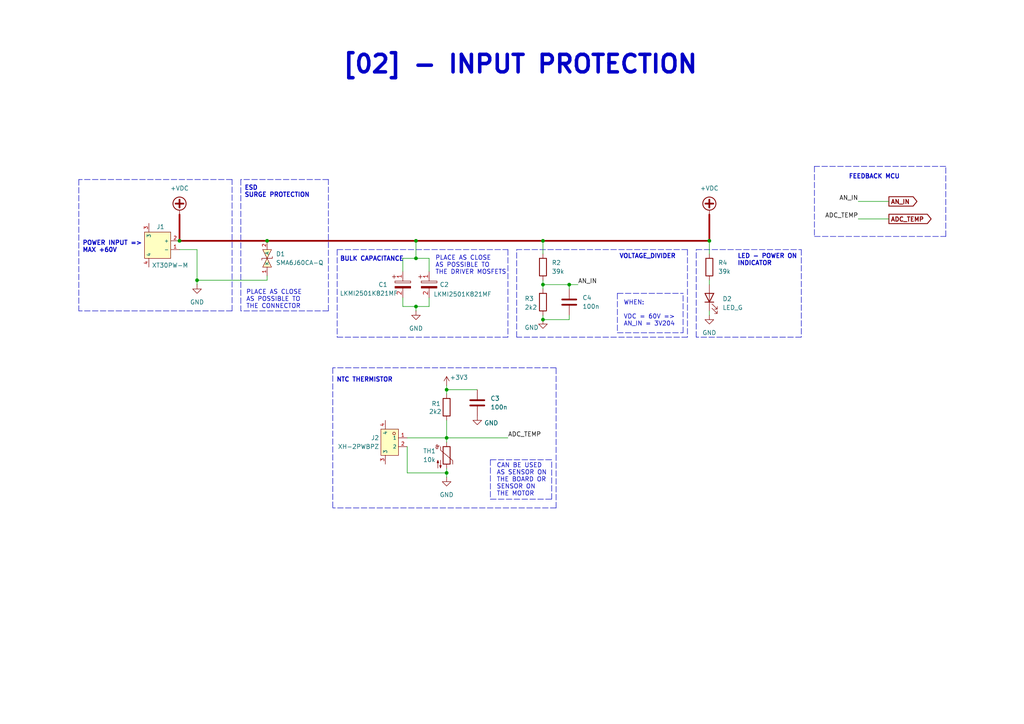
<source format=kicad_sch>
(kicad_sch (version 20250114) (generator "eeschema") (generator_version "9.0")
  (paper "A4")
  (lib_symbols
    (symbol "DF_ESC_rev01_1:XT30PW-M"
      (property "Reference" "J" (at 0 1.27 0))
      (property "Value" "XT30PW-M" (at 0 -1.524 0))
      (symbol "XT30PW-M_0_1"
        (rectangle (start -3.81 2.54) (end 3.81 -5.08) (fill (type background)))
        (pin unspecified line (at -6.35 -3.81 0) (length 2.54) (name "4") (number "4"))
        (pin unspecified line (at -1.27 5.08 270) (length 2.54) (name "-") (number "1"))
        (pin unspecified line (at 1.27 5.08 270) (length 2.54) (name "+") (number "2"))
        (pin unspecified line (at 6.35 -3.81 180) (length 2.54) (name "3") (number "3"))
      )
    )
    (symbol "Device:C" (pin_numbers (hide yes)) (pin_names (offset 0.254))
      (property "Reference" "C" (at 0.635 2.54 0))
      (property "Value" "C" (at 0.635 -2.54 0))
      (symbol "C_0_1"
        (polyline (pts (xy -2.032 0.762) (xy 2.032 0.762)) (stroke (width 0.508)))
        (polyline (pts (xy -2.032 -0.762) (xy 2.032 -0.762)) (stroke (width 0.508)))
      )
      (symbol "C_1_1"
        (pin passive line (at 0 3.81 270) (length 2.794) (name "~") (number "1"))
        (pin passive line (at 0 -3.81 90) (length 2.794) (name "~") (number "2"))
      )
    )
    (symbol "Device:LED" (pin_numbers (hide yes)) (pin_names (offset 1.016) (hide yes))
      (property "Reference" "D" (at 0 2.54 0))
      (property "Value" "LED" (at 0 -2.54 0))
      (symbol "LED_0_1"
        (polyline (pts (xy -3.048 -0.762) (xy -4.572 -2.286) (xy -3.81 -2.286) (xy -4.572 -2.286) (xy -4.572 -1.524)))
        (polyline (pts (xy -1.778 -0.762) (xy -3.302 -2.286) (xy -2.54 -2.286) (xy -3.302 -2.286) (xy -3.302 -1.524)))
        (polyline (pts (xy -1.27 0) (xy 1.27 0)))
        (polyline (pts (xy -1.27 -1.27) (xy -1.27 1.27)) (stroke (width 0.254)))
        (polyline (pts (xy 1.27 -1.27) (xy 1.27 1.27) (xy -1.27 0) (xy 1.27 -1.27)) (stroke (width 0.254)))
      )
      (symbol "LED_1_1"
        (pin passive line (at -3.81 0 0) (length 2.54) (name "K") (number "1"))
        (pin passive line (at 3.81 0 180) (length 2.54) (name "A") (number "2"))
      )
    )
    (symbol "Device:R" (pin_numbers (hide yes)) (pin_names (offset 0))
      (property "Reference" "R" (at 2.032 0 90))
      (property "Value" "R" (at 0 0 90))
      (symbol "R_0_1"
        (rectangle (start -1.016 -2.54) (end 1.016 2.54) (stroke (width 0.254)))
      )
      (symbol "R_1_1"
        (pin passive line (at 0 3.81 270) (length 1.27) (name "~") (number "1"))
        (pin passive line (at 0 -3.81 90) (length 1.27) (name "~") (number "2"))
      )
    )
    (symbol "Device:Thermistor_NTC" (pin_numbers (hide yes)) (pin_names (offset 0))
      (property "Reference" "TH" (at -4.445 0 90))
      (property "Value" "Thermistor_NTC" (at 3.175 0 90))
      (symbol "Thermistor_NTC_0_1"
        (arc (start -3.175 2.413) (mid -3.0506 2.3165) (end -3.048 2.159))
        (arc (start -3.048 2.794) (mid -2.9736 2.9736) (end -2.794 3.048))
        (arc (start -2.794 3.048) (mid -2.6144 2.9736) (end -2.54 2.794))
        (arc (start -2.794 2.54) (mid -2.9736 2.6144) (end -3.048 2.794))
        (arc (start -2.794 1.905) (mid -2.9736 1.9794) (end -3.048 2.159))
        (arc (start -2.54 2.159) (mid -2.6144 1.9794) (end -2.794 1.905))
        (arc (start -2.159 2.794) (mid -2.434 2.5608) (end -2.794 2.54))
        (polyline (pts (xy -2.54 2.159) (xy -2.54 2.794)))
        (polyline (pts (xy -2.54 -3.683) (xy -2.54 -1.397) (xy -2.794 -2.159) (xy -2.286 -2.159) (xy -2.54 -1.397) (xy -2.54 -1.651)) (fill (type outline)))
        (polyline (pts (xy -1.778 2.54) (xy -1.778 1.524) (xy 1.778 -1.524) (xy 1.778 -2.54)))
        (polyline (pts (xy -1.778 -1.397) (xy -1.778 -3.683) (xy -2.032 -2.921) (xy -1.524 -2.921) (xy -1.778 -3.683) (xy -1.778 -3.429)) (fill (type outline)))
        (rectangle (start -1.016 2.54) (end 1.016 -2.54) (stroke (width 0.254)))
      )
      (symbol "Thermistor_NTC_1_1"
        (pin passive line (at 0 3.81 270) (length 1.27) (name "~") (number "1"))
        (pin passive line (at 0 -3.81 90) (length 1.27) (name "~") (number "2"))
      )
    )
    (symbol "LKMI2501K821MF:LKMI2501K821MF"
      (property "Reference" "C" (at 4.318 1.016 0))
      (property "Value" "LKMI2501K821MF" (at 11.176 -0.762 0))
      (symbol "LKMI2501K821MF_0_1"
        (polyline (pts (xy -3.048 2.286) (xy -2.032 2.286)))
        (polyline (pts (xy -2.54 2.794) (xy -2.54 1.778)))
        (rectangle (start -2.286 0.508) (end 2.286 1.016))
        (rectangle (start 2.286 -0.508) (end -2.286 -1.016) (fill (type outline)))
      )
      (symbol "LKMI2501K821MF_1_1"
        (pin passive line (at 0 3.81 270) (length 2.794) (name "~") (number "1"))
        (pin passive line (at 0 -3.81 90) (length 2.794) (name "~") (number "2"))
      )
    )
    (symbol "SMA6J60CA-Q:SMA6J60CA-Q"
      (property "Reference" "D" (at 0 1.27 0))
      (property "Value" "SMA6J60CA-Q" (at 0 -2.54 0))
      (symbol "SMA6J60CA-Q_0_1"
        (polyline (pts (xy -2.54 1.27) (xy 0 0) (xy -2.54 -1.27) (xy -2.54 1.27)) (fill (type background)))
        (polyline (pts (xy -0.508 1.524) (xy -0.508 1.524) (xy 0 1.524) (xy 0 -1.524) (xy 0.508 -1.524) (xy 0.508 -1.524)))
        (polyline (pts (xy 2.54 1.27) (xy 0 0) (xy 2.54 -1.27) (xy 2.54 1.27)) (fill (type background)))
        (pin unspecified line (at -5.08 0 0) (length 2.54) (name "K") (number "1"))
        (pin unspecified line (at 5.08 0 180) (length 2.54) (name "A") (number "2"))
      )
    )
    (symbol "XH-2PWBPZ:XH-2PWBPZ"
      (property "Reference" "J" (at 0 1.27 0))
      (property "Value" "XH-2PWBPZ" (at 0 -2.54 0))
      (symbol "XH-2PWBPZ_0_1"
        (rectangle (start -1.27 3.81) (end 3.81 -3.81) (fill (type background)))
        (circle (center 0 2.54) (radius 0.381) (fill (type background)))
        (pin unspecified line (at -3.81 1.27 0) (length 2.54) (name "1") (number "1"))
        (pin unspecified line (at -3.81 -1.27 0) (length 2.54) (name "2") (number "2"))
        (pin unspecified line (at 2.54 6.35 270) (length 2.54) (name "4") (number "4"))
        (pin unspecified line (at 2.54 -6.35 90) (length 2.54) (name "3") (number "3"))
      )
    )
    (symbol "power:+3V3" (power) (pin_numbers (hide yes)) (pin_names (offset 0) (hide yes))
      (property "Value" "+3V3" (at 0 3.556 0))
      (symbol "+3V3_0_1"
        (polyline (pts (xy -0.762 1.27) (xy 0 2.54)))
        (polyline (pts (xy 0 2.54) (xy 0.762 1.27)))
        (polyline (pts (xy 0 0) (xy 0 2.54)))
      )
      (symbol "+3V3_1_1"
        (pin power_in line (at 0 0 90) (length 0) (name "~") (number "1"))
      )
    )
    (symbol "power:+VDC" (power) (pin_numbers (hide yes)) (pin_names (offset 0) (hide yes))
      (property "Value" "+VDC" (at 0 6.35 0))
      (symbol "+VDC_0_1"
        (polyline (pts (xy -1.143 3.175) (xy 1.143 3.175)) (stroke (width 0.508)))
        (circle (center 0 3.175) (radius 1.905) (stroke (width 0.254)))
        (polyline (pts (xy 0 2.032) (xy 0 4.318)) (stroke (width 0.508)))
        (polyline (pts (xy 0 0) (xy 0 1.27)))
      )
      (symbol "+VDC_1_1"
        (pin power_in line (at 0 0 90) (length 0) (name "~") (number "1"))
      )
    )
    (symbol "power:GND" (power) (pin_numbers (hide yes)) (pin_names (offset 0) (hide yes))
      (property "Value" "GND" (at 0 -3.81 0))
      (symbol "GND_0_1"
        (polyline (pts (xy 0 0) (xy 0 -1.27) (xy 1.27 -1.27) (xy 0 -2.54) (xy -1.27 -1.27) (xy 0 -1.27)))
      )
      (symbol "GND_1_1"
        (pin power_in line (at 0 0 270) (length 0) (name "~") (number "1"))
      )
    )
  )
  (text "ESD \nSURGE PROTECTION" (at 70.866 55.626 0) (effects (font (size 1.27 1.27) (thickness 0.254) (bold yes)) (justify left)))
  (text "PLACE AS CLOSE\nAS POSSIBLE TO\nTHE DRIVER MOSFETS" (at 126.238 76.962 0) (effects (font (size 1.27 1.27) (thickness 0.1588)) (justify left)))
  (text "LED - POWER ON\nINDICATOR" (at 213.868 75.438 0) (effects (font (size 1.27 1.27) (thickness 0.254) (bold yes)) (justify left)))
  (text "WHEN:\n\nVDC = 60V =>\nAN_IN = 3V204" (at 180.848 90.932 0) (effects (font (size 1.27 1.27) (thickness 0.1588)) (justify left)))
  (text "PLACE AS CLOSE\nAS POSSIBLE TO\nTHE CONNECTOR" (at 71.374 86.868 0) (effects (font (size 1.27 1.27) (thickness 0.1588)) (justify left)))
  (text "BULK CAPACITANCE" (at 98.552 75.184 0) (effects (font (size 1.27 1.27) (thickness 0.254) (bold yes)) (justify left)))
  (text "POWER INPUT =>\nMAX +60V" (at 23.876 71.628 0) (effects (font (size 1.27 1.27) (thickness 0.254) (bold yes)) (justify left)))
  (text "FEEDBACK MCU" (at 246.126 51.308 0) (effects (font (size 1.27 1.27) (thickness 0.254) (bold yes)) (justify left)))
  (text "[02] - INPUT PROTECTION" (at 150.876 18.796 0) (effects (font (size 5.08 5.08) (thickness 1.016) (bold yes))))
  (text "CAN BE USED \nAS SENSOR ON\nTHE BOARD OR\nSENSOR ON \nTHE MOTOR" (at 144.018 139.192 0) (effects (font (size 1.27 1.27) (thickness 0.1588)) (justify left)))
  (text "NTC THERMISTOR" (at 97.536 110.236 0) (effects (font (size 1.27 1.27) (thickness 0.254) (bold yes)) (justify left)))
  (text "VOLTAGE_DIVIDER" (at 179.578 74.422 0) (effects (font (size 1.27 1.27) (thickness 0.254) (bold yes)) (justify left)))
  (junction (at 157.48 69.85))
  (junction (at 165.1 82.55))
  (junction (at 129.54 127))
  (junction (at 129.54 137.16))
  (junction (at 52.07 69.85))
  (junction (at 120.65 88.9))
  (junction (at 157.48 82.55))
  (junction (at 129.54 113.03))
  (junction (at 57.15 81.28))
  (junction (at 120.65 74.93))
  (junction (at 157.48 92.71))
  (junction (at 77.47 69.85))
  (junction (at 205.74 69.85))
  (junction (at 120.65 69.85))
  (polyline (pts (xy 69.85 52.07) (xy 69.85 90.17)) (stroke (width 0) (type dash)))
  (polyline (pts (xy 201.93 97.79) (xy 201.93 72.39)) (stroke (width 0) (type dash)))
  (wire (pts (xy 118.11 127) (xy 129.54 127)))
  (wire (pts (xy 129.54 137.16) (xy 129.54 138.43)))
  (polyline (pts (xy 236.22 68.58) (xy 274.32 68.58)) (stroke (width 0) (type dash)))
  (wire (pts (xy 118.11 137.16) (xy 129.54 137.16)))
  (polyline (pts (xy 97.79 72.39) (xy 97.79 97.79)) (stroke (width 0) (type dash)))
  (wire (pts (xy 120.65 74.93) (xy 124.46 74.93)))
  (wire (pts (xy 124.46 88.9) (xy 124.46 86.36)))
  (wire (pts (xy 129.54 127) (xy 147.32 127)))
  (wire (pts (xy 157.48 81.28) (xy 157.48 82.55)))
  (wire (pts (xy 165.1 91.44) (xy 165.1 92.71)))
  (polyline (pts (xy 97.79 97.79) (xy 147.32 97.79)) (stroke (width 0) (type dash)))
  (wire (pts (xy 57.15 72.39) (xy 52.07 72.39)))
  (polyline (pts (xy 96.52 106.68) (xy 96.52 147.32)) (stroke (width 0) (type dash)))
  (polyline (pts (xy 232.41 97.79) (xy 201.93 97.79)) (stroke (width 0) (type dash)))
  (wire (pts (xy 77.47 69.85) (xy 120.65 69.85)) (stroke (width 0.5) (color 153 0 0 1)))
  (wire (pts (xy 120.65 69.85) (xy 120.65 74.93)))
  (polyline (pts (xy 67.31 90.17) (xy 22.86 90.17)) (stroke (width 0) (type dash)))
  (polyline (pts (xy 199.39 72.39) (xy 199.39 97.79)) (stroke (width 0) (type dash)))
  (wire (pts (xy 77.47 81.28) (xy 77.47 80.01)))
  (polyline (pts (xy 179.07 96.52) (xy 198.12 96.52)) (stroke (width 0) (type dash)))
  (wire (pts (xy 165.1 82.55) (xy 167.64 82.55)))
  (wire (pts (xy 138.43 113.03) (xy 129.54 113.03)))
  (polyline (pts (xy 67.31 90.17) (xy 67.31 52.07)) (stroke (width 0) (type dash)))
  (wire (pts (xy 120.65 69.85) (xy 157.48 69.85)) (stroke (width 0.5) (color 153 0 0 1)))
  (wire (pts (xy 205.74 62.23) (xy 205.74 69.85)) (stroke (width 0.5) (color 153 0 0 1)))
  (polyline (pts (xy 236.22 48.26) (xy 236.22 68.58)) (stroke (width 0) (type dash)))
  (polyline (pts (xy 97.79 72.39) (xy 147.32 72.39)) (stroke (width 0) (type dash)))
  (wire (pts (xy 116.84 86.36) (xy 116.84 88.9)))
  (polyline (pts (xy 142.24 144.78) (xy 160.02 144.78)) (stroke (width 0) (type dash)))
  (wire (pts (xy 157.48 69.85) (xy 157.48 73.66)))
  (wire (pts (xy 118.11 129.54) (xy 118.11 137.16)))
  (polyline (pts (xy 160.02 144.78) (xy 160.02 133.35)) (stroke (width 0) (type dash)))
  (wire (pts (xy 205.74 69.85) (xy 205.74 73.66)))
  (wire (pts (xy 157.48 69.85) (xy 205.74 69.85)) (stroke (width 0.5) (color 153 0 0 1)))
  (wire (pts (xy 52.07 69.85) (xy 77.47 69.85)) (stroke (width 0.5) (color 153 0 0 1)))
  (wire (pts (xy 205.74 81.28) (xy 205.74 82.55)))
  (wire (pts (xy 165.1 82.55) (xy 165.1 83.82)))
  (wire (pts (xy 57.15 81.28) (xy 57.15 82.55)))
  (polyline (pts (xy 147.32 72.39) (xy 147.32 97.79)) (stroke (width 0) (type dash)))
  (wire (pts (xy 129.54 121.92) (xy 129.54 127)))
  (wire (pts (xy 165.1 92.71) (xy 157.48 92.71)))
  (wire (pts (xy 248.92 63.5) (xy 257.81 63.5)))
  (wire (pts (xy 157.48 82.55) (xy 165.1 82.55)))
  (wire (pts (xy 116.84 88.9) (xy 120.65 88.9)))
  (wire (pts (xy 116.84 78.74) (xy 116.84 74.93)))
  (polyline (pts (xy 198.12 96.52) (xy 198.12 85.09)) (stroke (width 0) (type dash)))
  (polyline (pts (xy 142.24 133.35) (xy 160.02 133.35)) (stroke (width 0) (type dash)))
  (wire (pts (xy 157.48 91.44) (xy 157.48 92.71)))
  (polyline (pts (xy 95.25 90.17) (xy 95.25 52.07)) (stroke (width 0) (type dash)))
  (wire (pts (xy 205.74 90.17) (xy 205.74 91.44)))
  (wire (pts (xy 57.15 81.28) (xy 77.47 81.28)))
  (wire (pts (xy 124.46 74.93) (xy 124.46 78.74)))
  (wire (pts (xy 248.92 58.42) (xy 257.81 58.42)))
  (polyline (pts (xy 201.93 72.39) (xy 232.41 72.39)) (stroke (width 0) (type dash)))
  (wire (pts (xy 129.54 111.76) (xy 129.54 113.03)))
  (polyline (pts (xy 199.39 72.39) (xy 149.86 72.39)) (stroke (width 0) (type dash)))
  (wire (pts (xy 129.54 113.03) (xy 129.54 114.3)))
  (polyline (pts (xy 179.07 85.09) (xy 198.12 85.09)) (stroke (width 0) (type dash)))
  (wire (pts (xy 120.65 88.9) (xy 120.65 90.17)))
  (polyline (pts (xy 149.86 97.79) (xy 149.86 72.39)) (stroke (width 0) (type dash)))
  (polyline (pts (xy 199.39 97.79) (xy 149.86 97.79)) (stroke (width 0) (type dash)))
  (wire (pts (xy 129.54 127) (xy 129.54 128.27)))
  (polyline (pts (xy 161.29 106.68) (xy 96.52 106.68)) (stroke (width 0) (type dash)))
  (wire (pts (xy 120.65 88.9) (xy 124.46 88.9)))
  (polyline (pts (xy 232.41 72.39) (xy 232.41 97.79)) (stroke (width 0) (type dash)))
  (polyline (pts (xy 95.25 52.07) (xy 69.85 52.07)) (stroke (width 0) (type dash)))
  (wire (pts (xy 116.84 74.93) (xy 120.65 74.93)))
  (wire (pts (xy 129.54 135.89) (xy 129.54 137.16)))
  (polyline (pts (xy 95.25 90.17) (xy 69.85 90.17)) (stroke (width 0) (type dash)))
  (polyline (pts (xy 179.07 85.09) (xy 179.07 96.52)) (stroke (width 0) (type dash)))
  (wire (pts (xy 157.48 82.55) (xy 157.48 83.82)))
  (polyline (pts (xy 274.32 68.58) (xy 274.32 48.26)) (stroke (width 0) (type dash)))
  (polyline (pts (xy 67.31 52.07) (xy 22.86 52.07)) (stroke (width 0) (type dash)))
  (polyline (pts (xy 142.24 133.35) (xy 142.24 144.78)) (stroke (width 0) (type dash)))
  (polyline (pts (xy 274.32 48.26) (xy 236.22 48.26)) (stroke (width 0) (type dash)))
  (wire (pts (xy 52.07 62.23) (xy 52.07 69.85)) (stroke (width 0.5) (color 153 0 0 1)))
  (wire (pts (xy 57.15 72.39) (xy 57.15 81.28)))
  (polyline (pts (xy 22.86 52.07) (xy 22.86 90.17)) (stroke (width 0) (type dash)))
  (polyline (pts (xy 161.29 147.32) (xy 161.29 106.68)) (stroke (width 0) (type dash)))
  (polyline (pts (xy 161.29 147.32) (xy 96.52 147.32)) (stroke (width 0) (type dash)))
  (label "ADC_TEMP" (at 147.32 127 0) (effects (font (thickness 0.1588))))
  (label "AN_IN" (at 248.92 58.42 180) (effects (font (thickness 0.1588))))
  (label "AN_IN" (at 167.64 82.55 0) (effects (font (thickness 0.1588))))
  (label "ADC_TEMP" (at 248.92 63.5 180) (effects (font (thickness 0.1588))))
  (global_label "AN_IN" (shape output) (at 257.81 58.42 0) (effects (font (thickness 0.254) (bold yes))) (property "Intersheetrefs" "${INTERSHEET_REFS}" (effects (hide yes))))
  (global_label "ADC_TEMP" (shape output) (at 257.81 63.5 0) (effects (font (thickness 0.254) (bold yes))) (property "Intersheetrefs" "${INTERSHEET_REFS}" (effects (hide yes))))
  (symbol (lib_id "Device:LED") (at 205.74 86.36 90) (unit 1)
    (property "Reference" "D2" (at 209.55 86.6774 90) (effects (justify right)))
    (property "Value" "LED_G" (at 209.55 89.2174 90) (effects (justify right)))
    (property "Footprint" "LED_SMD:LED_1206_3216Metric" (effects (hide yes)))
    (property "Description" "Light emitting diode" (effects (hide yes)))
    (property "Sim.Pins" "1=K 2=A" (effects (hide yes)))
  )
  (symbol (lib_id "power:+VDC") (at 205.74 62.23 0) (unit 1)
    (property "Reference" "#PWR08" (effects (hide yes)))
    (property "Value" "+VDC" (at 205.74 54.61 0))
    (property "Description" "Power symbol creates a global label with name \"+VDC\"" (effects (hide yes)))
  )
  (symbol (lib_id "DF_ESC_rev01_1:XT30PW-M") (at 46.99 71.12 270) (mirror x) (unit 1)
    (property "Reference" "J1" (at 47.752 65.786 90) (effects (justify right)))
    (property "Value" "XT30PW-M" (at 54.61 76.962 90) (effects (justify right)))
    (property "Footprint" "DF_ESC_rev01_1:CONN-TH_XT30PW-M" (effects (hide yes)))
    (property "Datasheet" "https://cn.bing.com/search?q=datasheet: XT30PW-M" (effects (hide yes)))
    (property "LCSC" "C431092" (effects (hide yes)))
  )
  (symbol (lib_id "XH-2PWBPZ:XH-2PWBPZ") (at 114.3 128.27 0) (mirror y) (unit 1)
    (property "Reference" "J2" (at 109.982 127 0) (effects (justify left)))
    (property "Value" "XH-2PWBPZ" (at 109.982 129.54 0) (effects (justify left)))
    (property "Footprint" "DF_ESC_rev01_1:CONN-SMD_XH-2PWBPZ" (effects (hide yes)))
    (property "Datasheet" "https://item.szlcsc.com/2791035.html" (effects (hide yes)))
    (property "LCSC" "C2687444" (effects (hide yes)))
  )
  (symbol (lib_id "SMA6J60CA-Q:SMA6J60CA-Q") (at 77.47 74.93 90) (unit 1)
    (property "Reference" "D1" (at 80.01 73.6599 90) (effects (justify right)))
    (property "Value" "SMA6J60CA-Q" (at 80.01 76.1999 90) (effects (justify right)))
    (property "Footprint" "DF_ESC_rev01_1:SMA_L4.4-W2.8-LS5.1-BI" (effects (hide yes)))
    (property "Datasheet" "https://atta.szlcsc.com/upload/public/pdf/source/20181226/C356740_9E9D1BB9F41C15E4338AB29B23BAED18.pdf" (effects (hide yes)))
    (property "LCSC" "C1518461" (effects (hide yes)))
  )
  (symbol (lib_id "power:GND") (at 120.65 90.17 0) (unit 1)
    (property "Reference" "#PWR03" (effects (hide yes)))
    (property "Value" "GND" (at 120.65 95.25 0))
    (property "Description" "Power symbol creates a global label with name \"GND\" , ground" (effects (hide yes)))
  )
  (symbol (lib_id "Device:C") (at 165.1 87.63 0) (unit 1)
    (property "Reference" "C4" (at 168.91 86.3599 0) (effects (justify left)))
    (property "Value" "100n" (at 168.91 88.8999 0) (effects (justify left)))
    (property "Footprint" "Capacitor_SMD:C_0603_1608Metric" (effects (hide yes)))
    (property "Description" "Unpolarized capacitor" (effects (hide yes)))
  )
  (symbol (lib_id "power:GND") (at 129.54 138.43 0) (unit 1)
    (property "Reference" "#PWR05" (effects (hide yes)))
    (property "Value" "GND" (at 129.54 143.51 0))
    (property "Description" "Power symbol creates a global label with name \"GND\" , ground" (effects (hide yes)))
  )
  (symbol (lib_id "power:+VDC") (at 52.07 62.23 0) (unit 1)
    (property "Reference" "#PWR01" (effects (hide yes)))
    (property "Value" "+VDC" (at 52.07 54.61 0))
    (property "Description" "Power symbol creates a global label with name \"+VDC\"" (effects (hide yes)))
  )
  (symbol (lib_id "power:GND") (at 138.43 120.65 0) (unit 1)
    (property "Reference" "#PWR06" (effects (hide yes)))
    (property "Value" "GND" (at 142.494 122.682 0))
    (property "Description" "Power symbol creates a global label with name \"GND\" , ground" (effects (hide yes)))
  )
  (symbol (lib_id "power:+3V3") (at 129.54 111.76 0) (unit 1)
    (property "Reference" "#PWR04" (effects (hide yes)))
    (property "Value" "+3V3" (at 133.096 109.474 0))
    (property "Description" "Power symbol creates a global label with name \"+3V3\"" (effects (hide yes)))
  )
  (symbol (lib_id "Device:C") (at 138.43 116.84 0) (unit 1)
    (property "Reference" "C3" (at 142.24 115.5699 0) (effects (justify left)))
    (property "Value" "100n" (at 142.24 118.1099 0) (effects (justify left)))
    (property "Footprint" "Capacitor_SMD:C_0603_1608Metric" (effects (hide yes)))
    (property "Description" "Unpolarized capacitor" (effects (hide yes)))
  )
  (symbol (lib_id "Device:R") (at 157.48 87.63 0) (unit 1)
    (property "Reference" "R3" (at 152.146 86.614 0) (effects (justify left)))
    (property "Value" "2k2" (at 152.146 89.154 0) (effects (justify left)))
    (property "Footprint" "Resistor_SMD:R_0603_1608Metric" (effects (hide yes)))
    (property "Description" "Resistor" (effects (hide yes)))
  )
  (symbol (lib_id "LKMI2501K821MF:LKMI2501K821MF") (at 116.84 82.55 0) (unit 1)
    (property "Reference" "C1" (at 109.728 82.55 0) (effects (justify left)))
    (property "Value" "LKMI2501K821MF" (at 98.552 85.09 0) (effects (justify left)))
    (property "Footprint" "DF_ESC_rev01_1:CAP-TH_BD16.0-P7.50-D1.2-FD" (effects (hide yes)))
    (property "Datasheet" "https://item.szlcsc.com/48887.html" (effects (hide yes)))
    (property "LCSC" "C443097" (effects (hide yes)))
  )
  (symbol (lib_id "Device:Thermistor_NTC") (at 129.54 132.08 0) (unit 1)
    (property "Reference" "TH1" (at 122.682 130.81 0) (effects (justify left)))
    (property "Value" "10k" (at 122.682 133.35 0) (effects (justify left)))
    (property "Footprint" "Resistor_SMD:R_0603_1608Metric" (effects (hide yes)))
    (property "Description" "Temperature dependent resistor, negative temperature coefficient" (effects (hide yes)))
  )
  (symbol (lib_id "power:GND") (at 205.74 91.44 0) (unit 1)
    (property "Reference" "#PWR09" (effects (hide yes)))
    (property "Value" "GND" (at 205.74 96.52 0))
    (property "Description" "Power symbol creates a global label with name \"GND\" , ground" (effects (hide yes)))
  )
  (symbol (lib_id "power:GND") (at 57.15 82.55 0) (unit 1)
    (property "Reference" "#PWR02" (effects (hide yes)))
    (property "Value" "GND" (at 57.15 87.63 0))
    (property "Description" "Power symbol creates a global label with name \"GND\" , ground" (effects (hide yes)))
  )
  (symbol (lib_id "power:GND") (at 157.48 92.71 0) (unit 1)
    (property "Reference" "#PWR07" (effects (hide yes)))
    (property "Value" "GND" (at 154.178 94.996 0))
    (property "Description" "Power symbol creates a global label with name \"GND\" , ground" (effects (hide yes)))
  )
  (symbol (lib_id "Device:R") (at 129.54 118.11 180) (unit 1)
    (property "Reference" "R1" (at 126.492 117.094 0))
    (property "Value" "2k2" (at 126.238 119.38 0))
    (property "Footprint" "Resistor_SMD:R_0603_1608Metric" (effects (hide yes)))
    (property "Description" "Resistor" (effects (hide yes)))
  )
  (symbol (lib_id "LKMI2501K821MF:LKMI2501K821MF") (at 124.46 82.55 0) (unit 1)
    (property "Reference" "C2" (at 127.508 82.55 0) (effects (justify left)))
    (property "Value" "LKMI2501K821MF" (at 125.73 85.344 0) (effects (justify left)))
    (property "Footprint" "DF_ESC_rev01_1:CAP-TH_BD16.0-P7.50-D1.2-FD" (effects (hide yes)))
    (property "Datasheet" "https://item.szlcsc.com/48887.html" (effects (hide yes)))
    (property "LCSC" "C443097" (effects (hide yes)))
  )
  (symbol (lib_id "Device:R") (at 157.48 77.47 0) (unit 1)
    (property "Reference" "R2" (at 160.02 76.1999 0) (effects (justify left)))
    (property "Value" "39k" (at 160.02 78.7399 0) (effects (justify left)))
    (property "Footprint" "Resistor_SMD:R_0603_1608Metric" (effects (hide yes)))
    (property "Description" "Resistor" (effects (hide yes)))
  )
  (symbol (lib_id "Device:R") (at 205.74 77.47 0) (unit 1)
    (property "Reference" "R4" (at 208.28 76.1999 0) (effects (justify left)))
    (property "Value" "39k" (at 208.28 78.7399 0) (effects (justify left)))
    (property "Footprint" "Resistor_SMD:R_0603_1608Metric" (effects (hide yes)))
    (property "Description" "Resistor" (effects (hide yes)))
  )
)
</source>
